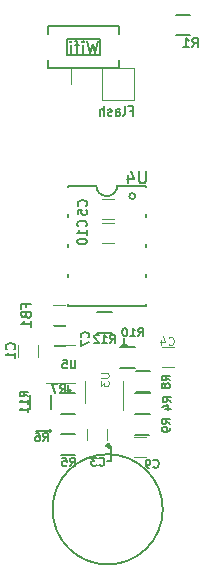
<source format=gbr>
G04 #@! TF.FileFunction,Legend,Bot*
%FSLAX46Y46*%
G04 Gerber Fmt 4.6, Leading zero omitted, Abs format (unit mm)*
G04 Created by KiCad (PCBNEW 4.0.4-stable) date 01/28/17 22:02:24*
%MOMM*%
%LPD*%
G01*
G04 APERTURE LIST*
%ADD10C,0.100000*%
%ADD11C,0.127000*%
%ADD12C,0.200000*%
%ADD13C,0.150000*%
%ADD14C,0.120000*%
%ADD15C,0.117500*%
%ADD16C,0.125000*%
G04 APERTURE END LIST*
D10*
D11*
X150910000Y-96260000D02*
X150910000Y-96240000D01*
X151090000Y-96440000D02*
X150910000Y-96260000D01*
X151090000Y-96040000D02*
X151090000Y-96440000D01*
X150900000Y-96230000D02*
X151090000Y-96040000D01*
X151260000Y-96230000D02*
X150900000Y-96230000D01*
X151260000Y-97560000D02*
X151260000Y-96230000D01*
X150910000Y-97560000D02*
X151260000Y-97560000D01*
X147720000Y-91650000D02*
X147720000Y-91670000D01*
X147860000Y-91510000D02*
X147720000Y-91650000D01*
X147530000Y-91510000D02*
X147860000Y-91510000D01*
X147670000Y-91650000D02*
X147530000Y-91510000D01*
X147680000Y-91090000D02*
X147680000Y-91760000D01*
X146090000Y-95070000D02*
X146160000Y-95000000D01*
X146090000Y-94830000D02*
X146090000Y-95070000D01*
X146210000Y-94950000D02*
X146090000Y-94830000D01*
X144950000Y-94950000D02*
X146210000Y-94950000D01*
X152420000Y-87890000D02*
X152420000Y-87900000D01*
X152620000Y-87690000D02*
X152420000Y-87890000D01*
X152220000Y-87690000D02*
X152620000Y-87690000D01*
X152420000Y-87890000D02*
X152220000Y-87690000D01*
X152420000Y-87140000D02*
X152420000Y-87890000D01*
D12*
X152872857Y-67862857D02*
X153139524Y-67862857D01*
X153139524Y-68281905D02*
X153139524Y-67481905D01*
X152758571Y-67481905D01*
X152339524Y-68281905D02*
X152415715Y-68243810D01*
X152453810Y-68167619D01*
X152453810Y-67481905D01*
X151691905Y-68281905D02*
X151691905Y-67862857D01*
X151730000Y-67786667D01*
X151806190Y-67748571D01*
X151958571Y-67748571D01*
X152034762Y-67786667D01*
X151691905Y-68243810D02*
X151768095Y-68281905D01*
X151958571Y-68281905D01*
X152034762Y-68243810D01*
X152072857Y-68167619D01*
X152072857Y-68091429D01*
X152034762Y-68015238D01*
X151958571Y-67977143D01*
X151768095Y-67977143D01*
X151691905Y-67939048D01*
X151349047Y-68243810D02*
X151272857Y-68281905D01*
X151120476Y-68281905D01*
X151044285Y-68243810D01*
X151006190Y-68167619D01*
X151006190Y-68129524D01*
X151044285Y-68053333D01*
X151120476Y-68015238D01*
X151234761Y-68015238D01*
X151310952Y-67977143D01*
X151349047Y-67900952D01*
X151349047Y-67862857D01*
X151310952Y-67786667D01*
X151234761Y-67748571D01*
X151120476Y-67748571D01*
X151044285Y-67786667D01*
X150663333Y-68281905D02*
X150663333Y-67481905D01*
X150320476Y-68281905D02*
X150320476Y-67862857D01*
X150358571Y-67786667D01*
X150434761Y-67748571D01*
X150549047Y-67748571D01*
X150625238Y-67786667D01*
X150663333Y-67824762D01*
D11*
X155666905Y-101615000D02*
G75*
G03X155666905Y-101615000I-4666905J0D01*
G01*
D13*
X150360000Y-61780000D02*
X147560000Y-61780000D01*
X147560000Y-61780000D02*
X147560000Y-63180000D01*
X147560000Y-63180000D02*
X150360000Y-63180000D01*
X150360000Y-63180000D02*
X150360000Y-61780000D01*
X145960000Y-60730000D02*
X145960000Y-61380000D01*
X145960000Y-64230000D02*
X145960000Y-63580000D01*
X151960000Y-63580000D02*
X151960000Y-64230000D01*
X151960000Y-60730000D02*
X151960000Y-61380000D01*
X145960000Y-60730000D02*
X151960000Y-60730000D01*
X151960000Y-64230000D02*
X145960000Y-64230000D01*
X153280000Y-87875000D02*
X152080000Y-87875000D01*
X152080000Y-89625000D02*
X153280000Y-89625000D01*
D14*
X150500000Y-77340000D02*
X151500000Y-77340000D01*
X151500000Y-79040000D02*
X150500000Y-79040000D01*
D13*
X151819000Y-74210000D02*
X154232000Y-74210000D01*
X150041000Y-74210000D02*
X147628000Y-74210000D01*
X151819000Y-74210000D02*
G75*
G02X150930000Y-75099000I-889000J0D01*
G01*
X150930000Y-75099000D02*
G75*
G02X150041000Y-74210000I0J889000D01*
G01*
X153343000Y-75099000D02*
G75*
G03X153343000Y-75099000I-254000J0D01*
G01*
X154232000Y-84370000D02*
X154232000Y-84243000D01*
X154232000Y-81703000D02*
X154232000Y-81957000D01*
X154232000Y-79163000D02*
X154232000Y-79417000D01*
X154232000Y-76623000D02*
X154232000Y-76877000D01*
X154232000Y-74210000D02*
X154232000Y-74337000D01*
X147628000Y-74210000D02*
X147628000Y-74337000D01*
X147628000Y-84370000D02*
X147628000Y-84243000D01*
X147628000Y-81703000D02*
X147628000Y-81957000D01*
X147628000Y-79163000D02*
X147628000Y-79417000D01*
X147628000Y-76623000D02*
X147628000Y-76877000D01*
X154232000Y-84370000D02*
X147628000Y-84370000D01*
D14*
X146410000Y-84340000D02*
X147410000Y-84340000D01*
X147410000Y-86040000D02*
X146410000Y-86040000D01*
X143410000Y-88690000D02*
X143410000Y-87690000D01*
X145110000Y-87690000D02*
X145110000Y-88690000D01*
X150510000Y-75300000D02*
X151510000Y-75300000D01*
X151510000Y-77000000D02*
X150510000Y-77000000D01*
D13*
X156800000Y-61485000D02*
X158000000Y-61485000D01*
X158000000Y-59735000D02*
X156800000Y-59735000D01*
D14*
X149240000Y-95780000D02*
X149240000Y-94780000D01*
X150940000Y-94780000D02*
X150940000Y-95780000D01*
X155580000Y-87900000D02*
X156580000Y-87900000D01*
X156580000Y-89600000D02*
X155580000Y-89600000D01*
X146430000Y-86080000D02*
X147430000Y-86080000D01*
X147430000Y-87780000D02*
X146430000Y-87780000D01*
X153250000Y-95490000D02*
X154250000Y-95490000D01*
X154250000Y-97190000D02*
X153250000Y-97190000D01*
D13*
X153350000Y-93545000D02*
X154550000Y-93545000D01*
X154550000Y-91795000D02*
X153350000Y-91795000D01*
X147050000Y-97025000D02*
X148250000Y-97025000D01*
X148250000Y-95275000D02*
X147050000Y-95275000D01*
X148250000Y-93515000D02*
X147050000Y-93515000D01*
X147050000Y-95265000D02*
X148250000Y-95265000D01*
X147050000Y-93515000D02*
X148250000Y-93515000D01*
X148250000Y-91765000D02*
X147050000Y-91765000D01*
X153400000Y-91665000D02*
X154600000Y-91665000D01*
X154600000Y-89915000D02*
X153400000Y-89915000D01*
X154540000Y-93555000D02*
X153340000Y-93555000D01*
X153340000Y-95305000D02*
X154540000Y-95305000D01*
X144445000Y-91930000D02*
X144445000Y-93130000D01*
X146195000Y-93130000D02*
X146195000Y-91930000D01*
X150140000Y-86645000D02*
X151340000Y-86645000D01*
X151340000Y-84895000D02*
X150140000Y-84895000D01*
D14*
X149120000Y-92590000D02*
X149120000Y-90790000D01*
X152340000Y-90790000D02*
X152340000Y-93240000D01*
X146440000Y-87670000D02*
X148240000Y-87670000D01*
X148240000Y-90890000D02*
X145790000Y-90890000D01*
X150560000Y-64220000D02*
X153220000Y-64220000D01*
X153220000Y-64220000D02*
X153220000Y-67000000D01*
X153220000Y-67000000D02*
X150560000Y-67000000D01*
X150560000Y-67000000D02*
X150560000Y-64220000D01*
X149290000Y-64220000D02*
X147900000Y-64220000D01*
X147900000Y-64220000D02*
X147900000Y-65610000D01*
D13*
X150150476Y-61972381D02*
X149912381Y-62972381D01*
X149721904Y-62258095D01*
X149531428Y-62972381D01*
X149293333Y-61972381D01*
X148912381Y-62972381D02*
X148912381Y-62305714D01*
X148912381Y-61972381D02*
X148960000Y-62020000D01*
X148912381Y-62067619D01*
X148864762Y-62020000D01*
X148912381Y-61972381D01*
X148912381Y-62067619D01*
X148579048Y-62305714D02*
X148198096Y-62305714D01*
X148436191Y-62972381D02*
X148436191Y-62115238D01*
X148388572Y-62020000D01*
X148293334Y-61972381D01*
X148198096Y-61972381D01*
X147864762Y-62972381D02*
X147864762Y-62305714D01*
X147864762Y-61972381D02*
X147912381Y-62020000D01*
X147864762Y-62067619D01*
X147817143Y-62020000D01*
X147864762Y-61972381D01*
X147864762Y-62067619D01*
X153580000Y-86956667D02*
X153813334Y-86623333D01*
X153980000Y-86956667D02*
X153980000Y-86256667D01*
X153713334Y-86256667D01*
X153646667Y-86290000D01*
X153613334Y-86323333D01*
X153580000Y-86390000D01*
X153580000Y-86490000D01*
X153613334Y-86556667D01*
X153646667Y-86590000D01*
X153713334Y-86623333D01*
X153980000Y-86623333D01*
X152913334Y-86956667D02*
X153313334Y-86956667D01*
X153113334Y-86956667D02*
X153113334Y-86256667D01*
X153180000Y-86356667D01*
X153246667Y-86423333D01*
X153313334Y-86456667D01*
X152480000Y-86256667D02*
X152413333Y-86256667D01*
X152346667Y-86290000D01*
X152313333Y-86323333D01*
X152280000Y-86390000D01*
X152246667Y-86523333D01*
X152246667Y-86690000D01*
X152280000Y-86823333D01*
X152313333Y-86890000D01*
X152346667Y-86923333D01*
X152413333Y-86956667D01*
X152480000Y-86956667D01*
X152546667Y-86923333D01*
X152580000Y-86890000D01*
X152613333Y-86823333D01*
X152646667Y-86690000D01*
X152646667Y-86523333D01*
X152613333Y-86390000D01*
X152580000Y-86323333D01*
X152546667Y-86290000D01*
X152480000Y-86256667D01*
X149145714Y-77655714D02*
X149183810Y-77617619D01*
X149221905Y-77503333D01*
X149221905Y-77427143D01*
X149183810Y-77312857D01*
X149107619Y-77236666D01*
X149031429Y-77198571D01*
X148879048Y-77160476D01*
X148764762Y-77160476D01*
X148612381Y-77198571D01*
X148536190Y-77236666D01*
X148460000Y-77312857D01*
X148421905Y-77427143D01*
X148421905Y-77503333D01*
X148460000Y-77617619D01*
X148498095Y-77655714D01*
X149221905Y-78417619D02*
X149221905Y-77960476D01*
X149221905Y-78189047D02*
X148421905Y-78189047D01*
X148536190Y-78112857D01*
X148612381Y-78036666D01*
X148650476Y-77960476D01*
X148421905Y-78912857D02*
X148421905Y-78989048D01*
X148460000Y-79065238D01*
X148498095Y-79103333D01*
X148574286Y-79141429D01*
X148726667Y-79179524D01*
X148917143Y-79179524D01*
X149069524Y-79141429D01*
X149145714Y-79103333D01*
X149183810Y-79065238D01*
X149221905Y-78989048D01*
X149221905Y-78912857D01*
X149183810Y-78836667D01*
X149145714Y-78798571D01*
X149069524Y-78760476D01*
X148917143Y-78722381D01*
X148726667Y-78722381D01*
X148574286Y-78760476D01*
X148498095Y-78798571D01*
X148460000Y-78836667D01*
X148421905Y-78912857D01*
X154221905Y-72992381D02*
X154221905Y-73801905D01*
X154174286Y-73897143D01*
X154126667Y-73944762D01*
X154031429Y-73992381D01*
X153840952Y-73992381D01*
X153745714Y-73944762D01*
X153698095Y-73897143D01*
X153650476Y-73801905D01*
X153650476Y-72992381D01*
X152745714Y-73325714D02*
X152745714Y-73992381D01*
X152983810Y-72944762D02*
X153221905Y-73659048D01*
X152602857Y-73659048D01*
X144082857Y-84503334D02*
X144082857Y-84236667D01*
X144501905Y-84236667D02*
X143701905Y-84236667D01*
X143701905Y-84617620D01*
X144082857Y-85189048D02*
X144120952Y-85303334D01*
X144159048Y-85341429D01*
X144235238Y-85379524D01*
X144349524Y-85379524D01*
X144425714Y-85341429D01*
X144463810Y-85303334D01*
X144501905Y-85227143D01*
X144501905Y-84922381D01*
X143701905Y-84922381D01*
X143701905Y-85189048D01*
X143740000Y-85265238D01*
X143778095Y-85303334D01*
X143854286Y-85341429D01*
X143930476Y-85341429D01*
X144006667Y-85303334D01*
X144044762Y-85265238D01*
X144082857Y-85189048D01*
X144082857Y-84922381D01*
X144501905Y-86141429D02*
X144501905Y-85684286D01*
X144501905Y-85912857D02*
X143701905Y-85912857D01*
X143816190Y-85836667D01*
X143892381Y-85760476D01*
X143930476Y-85684286D01*
X143095714Y-88046667D02*
X143133810Y-88008572D01*
X143171905Y-87894286D01*
X143171905Y-87818096D01*
X143133810Y-87703810D01*
X143057619Y-87627619D01*
X142981429Y-87589524D01*
X142829048Y-87551429D01*
X142714762Y-87551429D01*
X142562381Y-87589524D01*
X142486190Y-87627619D01*
X142410000Y-87703810D01*
X142371905Y-87818096D01*
X142371905Y-87894286D01*
X142410000Y-88008572D01*
X142448095Y-88046667D01*
X143171905Y-88808572D02*
X143171905Y-88351429D01*
X143171905Y-88580000D02*
X142371905Y-88580000D01*
X142486190Y-88503810D01*
X142562381Y-88427619D01*
X142600476Y-88351429D01*
X149175714Y-75926667D02*
X149213810Y-75888572D01*
X149251905Y-75774286D01*
X149251905Y-75698096D01*
X149213810Y-75583810D01*
X149137619Y-75507619D01*
X149061429Y-75469524D01*
X148909048Y-75431429D01*
X148794762Y-75431429D01*
X148642381Y-75469524D01*
X148566190Y-75507619D01*
X148490000Y-75583810D01*
X148451905Y-75698096D01*
X148451905Y-75774286D01*
X148490000Y-75888572D01*
X148528095Y-75926667D01*
X148451905Y-76650477D02*
X148451905Y-76269524D01*
X148832857Y-76231429D01*
X148794762Y-76269524D01*
X148756667Y-76345715D01*
X148756667Y-76536191D01*
X148794762Y-76612381D01*
X148832857Y-76650477D01*
X148909048Y-76688572D01*
X149099524Y-76688572D01*
X149175714Y-76650477D01*
X149213810Y-76612381D01*
X149251905Y-76536191D01*
X149251905Y-76345715D01*
X149213810Y-76269524D01*
X149175714Y-76231429D01*
X158153333Y-62491905D02*
X158420000Y-62110952D01*
X158610476Y-62491905D02*
X158610476Y-61691905D01*
X158305714Y-61691905D01*
X158229523Y-61730000D01*
X158191428Y-61768095D01*
X158153333Y-61844286D01*
X158153333Y-61958571D01*
X158191428Y-62034762D01*
X158229523Y-62072857D01*
X158305714Y-62110952D01*
X158610476Y-62110952D01*
X157391428Y-62491905D02*
X157848571Y-62491905D01*
X157620000Y-62491905D02*
X157620000Y-61691905D01*
X157696190Y-61806190D01*
X157772381Y-61882381D01*
X157848571Y-61920476D01*
X150296666Y-97860000D02*
X150330000Y-97893333D01*
X150430000Y-97926667D01*
X150496666Y-97926667D01*
X150596666Y-97893333D01*
X150663333Y-97826667D01*
X150696666Y-97760000D01*
X150730000Y-97626667D01*
X150730000Y-97526667D01*
X150696666Y-97393333D01*
X150663333Y-97326667D01*
X150596666Y-97260000D01*
X150496666Y-97226667D01*
X150430000Y-97226667D01*
X150330000Y-97260000D01*
X150296666Y-97293333D01*
X150063333Y-97226667D02*
X149630000Y-97226667D01*
X149863333Y-97493333D01*
X149763333Y-97493333D01*
X149696666Y-97526667D01*
X149663333Y-97560000D01*
X149630000Y-97626667D01*
X149630000Y-97793333D01*
X149663333Y-97860000D01*
X149696666Y-97893333D01*
X149763333Y-97926667D01*
X149963333Y-97926667D01*
X150030000Y-97893333D01*
X150063333Y-97860000D01*
D15*
X156156666Y-87640000D02*
X156190000Y-87673333D01*
X156290000Y-87706667D01*
X156356666Y-87706667D01*
X156456666Y-87673333D01*
X156523333Y-87606667D01*
X156556666Y-87540000D01*
X156590000Y-87406667D01*
X156590000Y-87306667D01*
X156556666Y-87173333D01*
X156523333Y-87106667D01*
X156456666Y-87040000D01*
X156356666Y-87006667D01*
X156290000Y-87006667D01*
X156190000Y-87040000D01*
X156156666Y-87073333D01*
X155556666Y-87240000D02*
X155556666Y-87706667D01*
X155723333Y-86973333D02*
X155890000Y-87473333D01*
X155456666Y-87473333D01*
D13*
X149350000Y-87053334D02*
X149383333Y-87020000D01*
X149416667Y-86920000D01*
X149416667Y-86853334D01*
X149383333Y-86753334D01*
X149316667Y-86686667D01*
X149250000Y-86653334D01*
X149116667Y-86620000D01*
X149016667Y-86620000D01*
X148883333Y-86653334D01*
X148816667Y-86686667D01*
X148750000Y-86753334D01*
X148716667Y-86853334D01*
X148716667Y-86920000D01*
X148750000Y-87020000D01*
X148783333Y-87053334D01*
X148716667Y-87286667D02*
X148716667Y-87753334D01*
X149416667Y-87453334D01*
X154876666Y-98030000D02*
X154910000Y-98063333D01*
X155010000Y-98096667D01*
X155076666Y-98096667D01*
X155176666Y-98063333D01*
X155243333Y-97996667D01*
X155276666Y-97930000D01*
X155310000Y-97796667D01*
X155310000Y-97696667D01*
X155276666Y-97563333D01*
X155243333Y-97496667D01*
X155176666Y-97430000D01*
X155076666Y-97396667D01*
X155010000Y-97396667D01*
X154910000Y-97430000D01*
X154876666Y-97463333D01*
X154543333Y-98096667D02*
X154410000Y-98096667D01*
X154343333Y-98063333D01*
X154310000Y-98030000D01*
X154243333Y-97930000D01*
X154210000Y-97796667D01*
X154210000Y-97530000D01*
X154243333Y-97463333D01*
X154276666Y-97430000D01*
X154343333Y-97396667D01*
X154476666Y-97396667D01*
X154543333Y-97430000D01*
X154576666Y-97463333D01*
X154610000Y-97530000D01*
X154610000Y-97696667D01*
X154576666Y-97763333D01*
X154543333Y-97796667D01*
X154476666Y-97830000D01*
X154343333Y-97830000D01*
X154276666Y-97796667D01*
X154243333Y-97763333D01*
X154210000Y-97696667D01*
X156346667Y-92543334D02*
X156013333Y-92310000D01*
X156346667Y-92143334D02*
X155646667Y-92143334D01*
X155646667Y-92410000D01*
X155680000Y-92476667D01*
X155713333Y-92510000D01*
X155780000Y-92543334D01*
X155880000Y-92543334D01*
X155946667Y-92510000D01*
X155980000Y-92476667D01*
X156013333Y-92410000D01*
X156013333Y-92143334D01*
X155880000Y-93143334D02*
X156346667Y-93143334D01*
X155613333Y-92976667D02*
X156113333Y-92810000D01*
X156113333Y-93243334D01*
X147806666Y-97956667D02*
X148040000Y-97623333D01*
X148206666Y-97956667D02*
X148206666Y-97256667D01*
X147940000Y-97256667D01*
X147873333Y-97290000D01*
X147840000Y-97323333D01*
X147806666Y-97390000D01*
X147806666Y-97490000D01*
X147840000Y-97556667D01*
X147873333Y-97590000D01*
X147940000Y-97623333D01*
X148206666Y-97623333D01*
X147173333Y-97256667D02*
X147506666Y-97256667D01*
X147540000Y-97590000D01*
X147506666Y-97556667D01*
X147440000Y-97523333D01*
X147273333Y-97523333D01*
X147206666Y-97556667D01*
X147173333Y-97590000D01*
X147140000Y-97656667D01*
X147140000Y-97823333D01*
X147173333Y-97890000D01*
X147206666Y-97923333D01*
X147273333Y-97956667D01*
X147440000Y-97956667D01*
X147506666Y-97923333D01*
X147540000Y-97890000D01*
X145526666Y-95846667D02*
X145760000Y-95513333D01*
X145926666Y-95846667D02*
X145926666Y-95146667D01*
X145660000Y-95146667D01*
X145593333Y-95180000D01*
X145560000Y-95213333D01*
X145526666Y-95280000D01*
X145526666Y-95380000D01*
X145560000Y-95446667D01*
X145593333Y-95480000D01*
X145660000Y-95513333D01*
X145926666Y-95513333D01*
X144926666Y-95146667D02*
X145060000Y-95146667D01*
X145126666Y-95180000D01*
X145160000Y-95213333D01*
X145226666Y-95313333D01*
X145260000Y-95446667D01*
X145260000Y-95713333D01*
X145226666Y-95780000D01*
X145193333Y-95813333D01*
X145126666Y-95846667D01*
X144993333Y-95846667D01*
X144926666Y-95813333D01*
X144893333Y-95780000D01*
X144860000Y-95713333D01*
X144860000Y-95546667D01*
X144893333Y-95480000D01*
X144926666Y-95446667D01*
X144993333Y-95413333D01*
X145126666Y-95413333D01*
X145193333Y-95446667D01*
X145226666Y-95480000D01*
X145260000Y-95546667D01*
X146966666Y-91726667D02*
X147200000Y-91393333D01*
X147366666Y-91726667D02*
X147366666Y-91026667D01*
X147100000Y-91026667D01*
X147033333Y-91060000D01*
X147000000Y-91093333D01*
X146966666Y-91160000D01*
X146966666Y-91260000D01*
X147000000Y-91326667D01*
X147033333Y-91360000D01*
X147100000Y-91393333D01*
X147366666Y-91393333D01*
X146733333Y-91026667D02*
X146266666Y-91026667D01*
X146566666Y-91726667D01*
X156276667Y-90693334D02*
X155943333Y-90460000D01*
X156276667Y-90293334D02*
X155576667Y-90293334D01*
X155576667Y-90560000D01*
X155610000Y-90626667D01*
X155643333Y-90660000D01*
X155710000Y-90693334D01*
X155810000Y-90693334D01*
X155876667Y-90660000D01*
X155910000Y-90626667D01*
X155943333Y-90560000D01*
X155943333Y-90293334D01*
X155876667Y-91093334D02*
X155843333Y-91026667D01*
X155810000Y-90993334D01*
X155743333Y-90960000D01*
X155710000Y-90960000D01*
X155643333Y-90993334D01*
X155610000Y-91026667D01*
X155576667Y-91093334D01*
X155576667Y-91226667D01*
X155610000Y-91293334D01*
X155643333Y-91326667D01*
X155710000Y-91360000D01*
X155743333Y-91360000D01*
X155810000Y-91326667D01*
X155843333Y-91293334D01*
X155876667Y-91226667D01*
X155876667Y-91093334D01*
X155910000Y-91026667D01*
X155943333Y-90993334D01*
X156010000Y-90960000D01*
X156143333Y-90960000D01*
X156210000Y-90993334D01*
X156243333Y-91026667D01*
X156276667Y-91093334D01*
X156276667Y-91226667D01*
X156243333Y-91293334D01*
X156210000Y-91326667D01*
X156143333Y-91360000D01*
X156010000Y-91360000D01*
X155943333Y-91326667D01*
X155910000Y-91293334D01*
X155876667Y-91226667D01*
X156296667Y-94383334D02*
X155963333Y-94150000D01*
X156296667Y-93983334D02*
X155596667Y-93983334D01*
X155596667Y-94250000D01*
X155630000Y-94316667D01*
X155663333Y-94350000D01*
X155730000Y-94383334D01*
X155830000Y-94383334D01*
X155896667Y-94350000D01*
X155930000Y-94316667D01*
X155963333Y-94250000D01*
X155963333Y-93983334D01*
X156296667Y-94716667D02*
X156296667Y-94850000D01*
X156263333Y-94916667D01*
X156230000Y-94950000D01*
X156130000Y-95016667D01*
X155996667Y-95050000D01*
X155730000Y-95050000D01*
X155663333Y-95016667D01*
X155630000Y-94983334D01*
X155596667Y-94916667D01*
X155596667Y-94783334D01*
X155630000Y-94716667D01*
X155663333Y-94683334D01*
X155730000Y-94650000D01*
X155896667Y-94650000D01*
X155963333Y-94683334D01*
X155996667Y-94716667D01*
X156030000Y-94783334D01*
X156030000Y-94916667D01*
X155996667Y-94983334D01*
X155963333Y-95016667D01*
X155896667Y-95050000D01*
X144246667Y-92060000D02*
X143913333Y-91826666D01*
X144246667Y-91660000D02*
X143546667Y-91660000D01*
X143546667Y-91926666D01*
X143580000Y-91993333D01*
X143613333Y-92026666D01*
X143680000Y-92060000D01*
X143780000Y-92060000D01*
X143846667Y-92026666D01*
X143880000Y-91993333D01*
X143913333Y-91926666D01*
X143913333Y-91660000D01*
X144246667Y-92726666D02*
X144246667Y-92326666D01*
X144246667Y-92526666D02*
X143546667Y-92526666D01*
X143646667Y-92460000D01*
X143713333Y-92393333D01*
X143746667Y-92326666D01*
X144246667Y-93393333D02*
X144246667Y-92993333D01*
X144246667Y-93193333D02*
X143546667Y-93193333D01*
X143646667Y-93126667D01*
X143713333Y-93060000D01*
X143746667Y-92993333D01*
X151190000Y-87526667D02*
X151423334Y-87193333D01*
X151590000Y-87526667D02*
X151590000Y-86826667D01*
X151323334Y-86826667D01*
X151256667Y-86860000D01*
X151223334Y-86893333D01*
X151190000Y-86960000D01*
X151190000Y-87060000D01*
X151223334Y-87126667D01*
X151256667Y-87160000D01*
X151323334Y-87193333D01*
X151590000Y-87193333D01*
X150523334Y-87526667D02*
X150923334Y-87526667D01*
X150723334Y-87526667D02*
X150723334Y-86826667D01*
X150790000Y-86926667D01*
X150856667Y-86993333D01*
X150923334Y-87026667D01*
X150256667Y-86893333D02*
X150223333Y-86860000D01*
X150156667Y-86826667D01*
X149990000Y-86826667D01*
X149923333Y-86860000D01*
X149890000Y-86893333D01*
X149856667Y-86960000D01*
X149856667Y-87026667D01*
X149890000Y-87126667D01*
X150290000Y-87526667D01*
X149856667Y-87526667D01*
D16*
X150396667Y-90066667D02*
X150963333Y-90066667D01*
X151030000Y-90100000D01*
X151063333Y-90133333D01*
X151096667Y-90200000D01*
X151096667Y-90333333D01*
X151063333Y-90400000D01*
X151030000Y-90433333D01*
X150963333Y-90466667D01*
X150396667Y-90466667D01*
X150396667Y-90733333D02*
X150396667Y-91166666D01*
X150663333Y-90933333D01*
X150663333Y-91033333D01*
X150696667Y-91100000D01*
X150730000Y-91133333D01*
X150796667Y-91166666D01*
X150963333Y-91166666D01*
X151030000Y-91133333D01*
X151063333Y-91100000D01*
X151096667Y-91033333D01*
X151096667Y-90833333D01*
X151063333Y-90766666D01*
X151030000Y-90733333D01*
D13*
X148263333Y-88956667D02*
X148263333Y-89523333D01*
X148230000Y-89590000D01*
X148196667Y-89623333D01*
X148130000Y-89656667D01*
X147996667Y-89656667D01*
X147930000Y-89623333D01*
X147896667Y-89590000D01*
X147863333Y-89523333D01*
X147863333Y-88956667D01*
X147196667Y-88956667D02*
X147530000Y-88956667D01*
X147563334Y-89290000D01*
X147530000Y-89256667D01*
X147463334Y-89223333D01*
X147296667Y-89223333D01*
X147230000Y-89256667D01*
X147196667Y-89290000D01*
X147163334Y-89356667D01*
X147163334Y-89523333D01*
X147196667Y-89590000D01*
X147230000Y-89623333D01*
X147296667Y-89656667D01*
X147463334Y-89656667D01*
X147530000Y-89623333D01*
X147563334Y-89590000D01*
M02*

</source>
